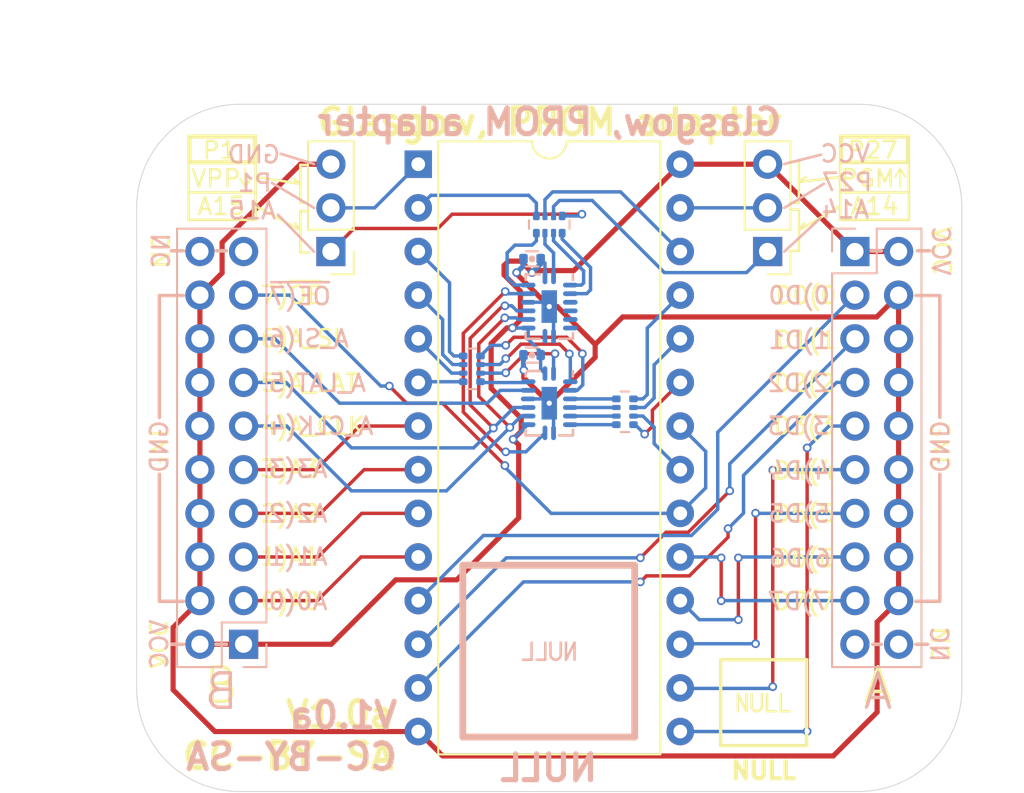
<source format=kicad_pcb>
(kicad_pcb (version 20221018) (generator pcbnew)
  (title_block (title "Glasgow, PROM adapter") (rev "V1.0a") (company "1BitSquared") (comment 1 "(C) 2020-2021 1BitSquared") (comment 2 "(C) 2020-2021 Piotr Esden-Tempski") (comment 3 "License: CC-BY-SA 4.0"))
  (layers (0 "F.Cu" signal) (31 "B.Cu" signal) (34 "B.Paste" user) (35 "F.Paste" user) (36 "B.SilkS" user "B.Silkscreen") (37 "F.SilkS" user "F.Silkscreen") (38 "B.Mask" user) (39 "F.Mask" user) (44 "Edge.Cuts" user))
  (net 0 "")
  (net 1 "GND")
  (net 2 "/~{OE}")
  (net 3 "/A_SI")
  (net 4 "/A_CLK")
  (net 5 "/A_LATCH")
  (net 6 "/A3")
  (net 7 "/A2")
  (net 8 "/A1")
  (net 9 "/A0")
  (net 10 "VCC")
  (net 11 "/DQ7")
  (net 12 "/DQ6")
  (net 13 "/DQ5")
  (net 14 "/DQ4")
  (net 15 "/DQ3")
  (net 16 "/DQ2")
  (net 17 "/DQ1")
  (net 18 "/DQ0")
  (net 19 "/P27")
  (net 20 "/A14")
  (net 21 "/P1")
  (net 22 "/A15")
  (net 23 "/A7")
  (net 24 "/A6")
  (net 25 "/A4")
  (net 26 "/A5")
  (net 27 "/A11")
  (net 28 "/A10")
  (net 29 "/A8")
  (net 30 "/A9")
  (net 31 "/A12")
  (net 32 "/A13")
  (net 33 "/A_SI´")
  (net 34 "Net-(RN1-Pad5)")
  (net 35 "Net-(RN1-Pad6)")
  (net 36 "Net-(RN1-Pad8)")
  (net 37 "Net-(RN1-Pad7)")
  (net 38 "Net-(RN2-Pad5)")
  (net 39 "Net-(RN2-Pad6)")
  (net 40 "Net-(RN2-Pad8)")
  (net 41 "Net-(RN2-Pad7)")
  (net 42 "Net-(RN3-Pad5)")
  (net 43 "Net-(RN3-Pad6)")
  (net 44 "Net-(RN3-Pad8)")
  (net 45 "Net-(RN3-Pad7)")
  (footprint "Connector_PinHeader_2.54mm:PinHeader_1x03_P2.54mm_Vertical" (layer "F.Cu") (at 68.58 40.639999 180)
    (fp_text reference "JP1")
    (fp_text value "Pin Mode")
  )
  (footprint "Connector_PinHeader_2.54mm:PinHeader_1x03_P2.54mm_Vertical" (layer "F.Cu") (at 43.18 40.64 180)
    (fp_text reference "JP2")
    (fp_text value "Pin Mode")
  )
  (footprint "Package_DIP:DIP-28_W15.24mm" (layer "F.Cu") (at 48.26 35.56)
    (fp_text reference "U3")
    (fp_text value "27C512")
  )
  (footprint "pkl_logos:null_Logo_SilkS_5mm" (layer "F.Cu") (at 68.35 66.9)
    (fp_text reference "REF**" hide)
    (fp_text value "null_Logo_SilkS_5mm" hide)
  )
  (footprint "Connector_PinSocket_2.54mm:PinSocket_2x10_P2.54mm_Vertical" (layer "B.Cu") (at 73.66 40.64 180)
    (fp_text reference "J2")
    (fp_text value "Conn_02x10_Odd_Even")
  )
  (footprint "Resistor_SMD:R_Array_Convex_4x0402" (layer "B.Cu") (at 60.28 49.97 180)
    (fp_text reference "RN2")
    (fp_text value "33R")
  )
  (footprint "Resistor_SMD:R_Array_Convex_4x0402" (layer "B.Cu") (at 55.88 39.07 -90)
    (fp_text reference "RN3")
    (fp_text value "33R")
  )
  (footprint "pkl_housings_dfn_qfn:DHVQFN-16_2.5x3.5mm_Pitch0.5mm" (layer "B.Cu") (at 55.88 49.47 -90)
    (fp_text reference "U1")
    (fp_text value "74HC595")
  )
  (footprint "pkl_housings_dfn_qfn:DHVQFN-16_2.5x3.5mm_Pitch0.5mm" (layer "B.Cu") (at 55.88 43.845 -90)
    (fp_text reference "U2")
    (fp_text value "74HC595")
  )
  (footprint "Resistor_SMD:R_Array_Convex_4x0402" (layer "B.Cu") (at 51.38 47.47)
    (fp_text reference "RN1")
    (fp_text value "33R")
  )
  (footprint "Connector_PinSocket_2.54mm:PinSocket_2x10_P2.54mm_Vertical" (layer "B.Cu") (at 38.1 63.5)
    (fp_text reference "J1")
    (fp_text value "Conn_02x10_Odd_Even")
  )
  (footprint "pkl_dipol:C_0402" (layer "B.Cu") (at 54.88 41.07 180)
    (fp_text reference "C1")
    (fp_text value "100n")
  )
  (footprint "pkl_dipol:C_0402" (layer "B.Cu") (at 54.88 46.67 180)
    (fp_text reference "C2")
    (fp_text value "100n")
  )
  (footprint "pkl_logos:null_Logo_SilkS_10mm" (layer "B.Cu") (at 55.85 63.9 180)
    (fp_text reference "REF**" hide)
    (fp_text value "null_Logo_SilkS_10mm" hide)
  )
  (gr_line (start 33.2 50.3) (end 33.2 43.2) (stroke (width 0.2)) (layer "B.SilkS"))
  (gr_line (start 33.2 43.2) (end 34.6 43.2) (stroke (width 0.2)) (layer "B.SilkS"))
  (gr_line (start 33.2 53.6) (end 33.2 61) (stroke (width 0.2)) (layer "B.SilkS"))
  (gr_line (start 33.2 61) (end 34.6 61) (stroke (width 0.2)) (layer "B.SilkS"))
  (gr_line (start 33.9 63.5) (end 34.6 63.5) (stroke (width 0.2)) (layer "B.SilkS"))
  (gr_line (start 33.9 40.6) (end 34.6 40.6) (stroke (width 0.2)) (layer "B.SilkS"))
  (gr_line (start 36.5 40.6) (end 37.1 40.6) (stroke (width 0.2)) (layer "B.SilkS"))
  (gr_line (start 36.5 63.5) (end 37.1 63.5) (stroke (width 0.2)) (layer "B.SilkS"))
  (gr_line (start 77.3 40.6) (end 78 40.6) (stroke (width 0.2)) (layer "B.SilkS"))
  (gr_line (start 74.6 40.6) (end 75.2 40.6) (stroke (width 0.2)) (layer "B.SilkS"))
  (gr_line (start 78.6 43.2) (end 77.2 43.2) (stroke (width 0.2)) (layer "B.SilkS"))
  (gr_line (start 78.6 50.3) (end 78.6 43.2) (stroke (width 0.2)) (layer "B.SilkS"))
  (gr_line (start 78.6 53.6) (end 78.6 61) (stroke (width 0.2)) (layer "B.SilkS"))
  (gr_line (start 78.6 61) (end 77.2 61) (stroke (width 0.2)) (layer "B.SilkS"))
  (gr_line (start 77.2 63.5) (end 77.9 63.5) (stroke (width 0.2)) (layer "B.SilkS"))
  (gr_line (start 74.7 63.5) (end 75.2 63.5) (stroke (width 0.2)) (layer "B.SilkS"))
  (gr_line (start 71.7 35) (end 69.55 35.55) (stroke (width 0.15)) (layer "B.SilkS"))
  (gr_line (start 71.85 36.7) (end 69.55 38.1) (stroke (width 0.15)) (layer "B.SilkS"))
  (gr_line (start 71.65 38.7) (end 69.55 40.65) (stroke (width 0.15)) (layer "B.SilkS"))
  (gr_line (start 42.2 35.55) (end 40.25 34.95) (stroke (width 0.15)) (layer "B.SilkS"))
  (gr_line (start 42.2 38.1) (end 39.75 36.65) (stroke (width 0.15)) (layer "B.SilkS"))
  (gr_line (start 42.2 40.65) (end 40.1 38.5) (stroke (width 0.15)) (layer "B.SilkS"))
  (gr_line (start 37.9 36.4) (end 38.2 36.9) (stroke (width 0.12)) (layer "F.SilkS"))
  (gr_line (start 38.8 38.8) (end 34.9 38.8) (stroke (width 0.15)) (layer "F.SilkS"))
  (gr_line (start 76.6 36.3) (end 76.3 35.8) (stroke (width 0.12)) (layer "F.SilkS"))
  (gr_line (start 72.8 33.9) (end 76.8 33.9) (stroke (width 0.15)) (layer "F.SilkS"))
  (gr_line (start 76.3 36.9) (end 76.3 35.8) (stroke (width 0.12)) (layer "F.SilkS"))
  (gr_line (start 76.3 35.8) (end 76 36.3) (stroke (width 0.12)) (layer "F.SilkS"))
  (gr_line (start 72.8 35.5) (end 76.8 35.5) (stroke (width 0.12)) (layer "F.SilkS"))
  (gr_line (start 76.8 38.8) (end 72.8 38.8) (stroke (width 0.15)) (layer "F.SilkS"))
  (gr_line (start 76.7 34) (end 76.7 35.4) (stroke (width 0.15)) (layer "F.SilkS"))
  (gr_line (start 76.7 35.4) (end 72.9 35.4) (stroke (width 0.12)) (layer "F.SilkS"))
  (gr_line (start 72.8 38.8) (end 72.8 33.9) (stroke (width 0.15)) (layer "F.SilkS"))
  (gr_line (start 76.8 33.9) (end 76.8 38.8) (stroke (width 0.15)) (layer "F.SilkS"))
  (gr_line (start 72.8 37.2) (end 76.8 37.2) (stroke (width 0.15)) (layer "F.SilkS"))
  (gr_line (start 72.9 35.4) (end 72.9 34) (stroke (width 0.15)) (layer "F.SilkS"))
  (gr_line (start 72.9 34) (end 76.7 34) (stroke (width 0.15)) (layer "F.SilkS"))
  (gr_line (start 78.6 61) (end 77.2 61) (stroke (width 0.2)) (layer "F.SilkS"))
  (gr_line (start 74.6 40.6) (end 75.2 40.6) (stroke (width 0.2)) (layer "F.SilkS"))
  (gr_line (start 77.2 63.5) (end 77.9 63.5) (stroke (width 0.2)) (layer "F.SilkS"))
  (gr_line (start 74.7 63.5) (end 75.2 63.5) (stroke (width 0.2)) (layer "F.SilkS"))
  (gr_line (start 78.6 43.2) (end 77.2 43.2) (stroke (width 0.2)) (layer "F.SilkS"))
  (gr_line (start 77.3 40.6) (end 78 40.6) (stroke (width 0.2)) (layer "F.SilkS"))
  (gr_line (start 78.6 50.3) (end 78.6 43.2) (stroke (width 0.2)) (layer "F.SilkS"))
  (gr_line (start 78.6 53.6) (end 78.6 61) (stroke (width 0.2)) (layer "F.SilkS"))
  (gr_line (start 35 35.4) (end 35 34) (stroke (width 0.15)) (layer "F.SilkS"))
  (gr_line (start 70.4 36.6) (end 70.8 36.3) (stroke (width 0.15)) (layer "F.SilkS"))
  (gr_line (start 38.2 36.9) (end 38.5 36.4) (stroke (width 0.12)) (layer "F.SilkS"))
  (gr_line (start 41.4 39.4) (end 41.4 38.3) (stroke (width 0.15)) (layer "F.SilkS"))
  (gr_line (start 33.2 50.3) (end 33.2 43.2) (stroke (width 0.2)) (layer "F.SilkS"))
  (gr_line (start 41.4 38.3) (end 41.8 38.3) (stroke (width 0.15)) (layer "F.SilkS"))
  (gr_line (start 33.2 61) (end 34.6 61) (stroke (width 0.2)) (layer "F.SilkS"))
  (gr_line (start 38.8 38) (end 41.4 39.4) (stroke (width 0.15)) (layer "F.SilkS"))
  (gr_line (start 33.9 63.5) (end 34.6 63.5) (stroke (width 0.2)) (layer "F.SilkS"))
  (gr_line (start 41.4 36.7) (end 41 36.4) (stroke (width 0.15)) (layer "F.SilkS"))
  (gr_line (start 41.4 39.3) (end 41.4 40.7) (stroke (width 0.15)) (layer "F.SilkS"))
  (gr_line (start 34.9 37.2) (end 38.8 37.2) (stroke (width 0.15)) (layer "F.SilkS"))
  (gr_line (start 35 34) (end 38.7 34) (stroke (width 0.15)) (layer "F.SilkS"))
  (gr_line (start 70.4 40.6) (end 69.9 40.6) (stroke (width 0.15)) (layer "F.SilkS"))
  (gr_line (start 69.9 38.2) (end 70.4 38.2) (stroke (width 0.15)) (layer "F.SilkS"))
  (gr_line (start 38.7 34) (end 38.7 35.4) (stroke (width 0.15)) (layer "F.SilkS"))
  (gr_line (start 38.2 35.8) (end 38.2 36.9) (stroke (width 0.12)) (layer "F.SilkS"))
  (gr_line (start 34.9 35.5) (end 38.8 35.5) (stroke (width 0.15)) (layer "F.SilkS"))
  (gr_line (start 33.2 43.2) (end 34.6 43.2) (stroke (width 0.2)) (layer "F.SilkS"))
  (gr_line (start 41.4 35.6) (end 41.8 35.6) (stroke (width 0.15)) (layer "F.SilkS"))
  (gr_line (start 70.4 37.8) (end 69.9 37.8) (stroke (width 0.15)) (layer "F.SilkS"))
  (gr_line (start 41.4 39.4) (end 41.1 39) (stroke (width 0.15)) (layer "F.SilkS"))
  (gr_line (start 70.4 35.4) (end 70.4 37.8) (stroke (width 0.15)) (layer "F.SilkS"))
  (gr_line (start 70.4 39.4) (end 70.7 39) (stroke (width 0.15)) (layer "F.SilkS"))
  (gr_line (start 38.7 35.4) (end 35 35.4) (stroke (width 0.15)) (layer "F.SilkS"))
  (gr_line (start 33.9 40.6) (end 34.6 40.6) (stroke (width 0.2)) (layer "F.SilkS"))
  (gr_line (start 34.9 33.9) (end 38.8 33.9) (stroke (width 0.15)) (layer "F.SilkS"))
  (gr_line (start 72.8 38) (end 70.4 39.4) (stroke (width 0.15)) (layer "F.SilkS"))
  (gr_line (start 41.4 37.8) (end 41.4 35.6) (stroke (width 0.15)) (layer "F.SilkS"))
  (gr_line (start 34.9 38.8) (end 34.9 33.9) (stroke (width 0.15)) (layer "F.SilkS"))
  (gr_line (start 41.8 37.8) (end 41.4 37.8) (stroke (width 0.15)) (layer "F.SilkS"))
  (gr_line (start 36.5 40.6) (end 37.1 40.6) (stroke (width 0.2)) (layer "F.SilkS"))
  (gr_line (start 72.8 36.3) (end 70.4 36.6) (stroke (width 0.15)) (layer "F.SilkS"))
  (gr_line (start 38.8 33.9) (end 38.8 38.8) (stroke (width 0.15)) (layer "F.SilkS"))
  (gr_line (start 41.4 36.7) (end 38.8 36.3) (stroke (width 0.15)) (layer "F.SilkS"))
  (gr_line (start 36.5 63.5) (end 37.1 63.5) (stroke (width 0.2)) (layer "F.SilkS"))
  (gr_line (start 69.9 35.4) (end 70.4 35.4) (stroke (width 0.15)) (layer "F.SilkS"))
  (gr_line (start 33.2 53.6) (end 33.2 61) (stroke (width 0.2)) (layer "F.SilkS"))
  (gr_line (start 70.4 38.2) (end 70.4 40.6) (stroke (width 0.15)) (layer "F.SilkS"))
  (gr_line (start 41.4 40.7) (end 41.9 40.7) (stroke (width 0.15)) (layer "F.SilkS"))
  (gr_line (start 37.88 32.07) (end 73.88 32.07) (stroke (width 0.05)) (layer "Edge.Cuts"))
  (gr_line (start 79.88 38.07) (end 79.88 66.07) (stroke (width 0.05)) (layer "Edge.Cuts"))
  (gr_arc (start 31.88 38.07) (mid 33.637359 33.827359) (end 37.88 32.07) (stroke (width 0.05)) (layer "Edge.Cuts"))
  (gr_line (start 31.88 66.07) (end 31.88 38.07) (stroke (width 0.05)) (layer "Edge.Cuts"))
  (gr_arc (start 79.88 66.07) (mid 78.122641 70.312641) (end 73.88 72.07) (stroke (width 0.05)) (layer "Edge.Cuts"))
  (gr_arc (start 73.88 32.07) (mid 78.122641 33.827359) (end 79.88 38.07) (stroke (width 0.05)) (layer "Edge.Cuts"))
  (gr_line (start 73.88 72.07) (end 37.88 72.07) (stroke (width 0.05)) (layer "Edge.Cuts"))
  (gr_arc (start 37.88 72.069999) (mid 33.63736 70.31264) (end 31.880001 66.07) (stroke (width 0.05)) (layer "Edge.Cuts"))
  (gr_text "Glasgow, PROM adapter" (at 55.9 33.1) (layer "B.SilkS") (effects (font (size 1.5 1.5) (thickness 0.3)) (justify mirror)))
  (gr_text "V1.0a\nCC-BY-SA" (at 47.2 68.85) (layer "B.SilkS") (effects (font (size 1.5 1.5) (thickness 0.3)) (justify left mirror)))
  (gr_text "~{OE(7}" (at 39.5 43.25) (layer "B.SilkS") (effects (font (size 1 1)) (justify right mirror)))
  (gr_text "A_SI(6" (at 39.45 45.7) (layer "B.SilkS") (effects (font (size 1 1)) (justify right mirror)))
  (gr_text "A_LAT(5" (at 39.45 48.3) (layer "B.SilkS") (effects (font (size 1 1)) (justify right mirror)))
  (gr_text "A_CLK(4" (at 39.5 50.8) (layer "B.SilkS") (effects (font (size 1 1)) (justify right mirror)))
  (gr_text "A3(3" (at 39.45 53.3) (layer "B.SilkS") (effects (font (size 1 1)) (justify right mirror)))
  (gr_text "A2(2" (at 39.45 55.9) (layer "B.SilkS") (effects (font (size 1 1)) (justify right mirror)))
  (gr_text "A1(1" (at 39.45 58.4) (layer "B.SilkS") (effects (font (size 1 1)) (justify right mirror)))
  (gr_text "A0(0" (at 39.45 61) (layer "B.SilkS") (effects (font (size 1 1)) (justify right mirror)))
  (gr_text "GND" (at 33.2 52 90) (layer "B.SilkS") (effects (font (size 1 1)) (justify mirror)))
  (gr_text "VCC" (at 33.2 63.5 90) (layer "B.SilkS") (effects (font (size 1 1)) (justify mirror)))
  (gr_text "NC" (at 33.3 40.6 90) (layer "B.SilkS") (effects (font (size 1 1)) (justify mirror)))
  (gr_text "VCC" (at 78.65 40.6 270) (layer "B.SilkS") (effects (font (size 1 1)) (justify mirror)))
  (gr_text "NC" (at 78.55 63.5 270) (layer "B.SilkS") (effects (font (size 1 1)) (justify mirror)))
  (gr_text "GND" (at 78.55 52 270) (layer "B.SilkS") (effects (font (size 1 1)) (justify mirror)))
  (gr_text "A" (at 75 66.25) (layer "B.SilkS") (effects (font (size 2 2) (thickness 0.2)) (justify mirror)))
  (gr_text "B" (at 36.8 66.25) (layer "B.SilkS") (effects (font (size 2 2) (thickness 0.2)) (justify mirror)))
  (gr_text "0)D0" (at 72.3 43.2) (layer "B.SilkS") (effects (font (size 1 1)) (justify left mirror)))
  (gr_text "1)D1" (at 72.3 45.8) (layer "B.SilkS") (effects (font (size 1 1)) (justify left mirror)))
  (gr_text "2)D2" (at 72.25 48.3) (layer "B.SilkS") (effects (font (size 1 1)) (justify left mirror)))
  (gr_text "3)D3" (at 72.25 50.8) (layer "B.SilkS") (effects (font (size 1 1)) (justify left mirror)))
  (gr_text "4)D4" (at 72.3 53.4) (layer "B.SilkS") (effects (font (size 1 1)) (justify left mirror)))
  (gr_text "5)D5" (at 72.3 55.9) (layer "B.SilkS") (effects (font (size 1 1)) (justify left mirror)))
  (gr_text "6)D6" (at 72.35 58.5) (layer "B.SilkS") (effects (font (size 1 1)) (justify left mirror)))
  (gr_text "7)D7" (at 72.25 61) (layer "B.SilkS") (effects (font (size 1 1)) (justify left mirror)))
  (gr_text "P1" (at 38.75 36.65) (layer "B.SilkS") (effects (font (size 1 1)) (justify mirror)))
  (gr_text "GND" (at 38.7 35) (layer "B.SilkS") (effects (font (size 1 1)) (justify mirror)))
  (gr_text "A15" (at 38.6 38.25) (layer "B.SilkS") (effects (font (size 1 1)) (justify mirror)))
  (gr_text "P27" (at 73.2 36.6) (layer "B.SilkS") (effects (font (size 1 1)) (justify mirror)))
  (gr_text "VCC" (at 73.1 34.95) (layer "B.SilkS") (effects (font (size 1 1)) (justify mirror)))
  (gr_text "A14" (at 73.1 38.2) (layer "B.SilkS") (effects (font (size 1 1)) (justify mirror)))
  (gr_text "NULL" (at 55.85 70.7) (layer "B.SilkS") (effects (font (size 1.5 1.5) (thickness 0.3)) (justify mirror)))
  (gr_text "V1.0a\nCC-BY-SA" (at 47 68.8) (layer "F.SilkS") (effects (font (size 1.5 1.5) (thickness 0.3)) (justify right)))
  (gr_text "6)A_SI" (at 39 45.7) (layer "F.SilkS") (effects (font (size 1 1)) (justify left)))
  (gr_text "P1" (at 36.7 34.75) (layer "F.SilkS") (effects (font (size 1 1))))
  (gr_text "P27" (at 74.7 34.75) (layer "F.SilkS") (effects (font (size 1 1))))
  (gr_text "PGM" (at 74.4 36.4) (layer "F.SilkS") (effects (font (size 1 1))))
  (gr_text "A14" (at 74.8 38) (layer "F.SilkS") (effects (font (size 1 1))))
  (gr_text "NC" (at 33.3 40.6 90) (layer "F.SilkS") (effects (font (size 1 1))))
  (gr_text "VCC" (at 33.2 63.5 90) (layer "F.SilkS") (effects (font (size 1 1))))
  (gr_text "5)A_LAT" (at 39 48.3) (layer "F.SilkS") (effects (font (size 1 1)) (justify left)))
  (gr_text "4)A_CLK" (at 39 50.8) (layer "F.SilkS") (effects (font (size 1 1)) (justify left)))
  (gr_text "3)A3" (at 39 53.3) (layer "F.SilkS") (effects (font (size 1 1)) (justify left)))
  (gr_text "1)A1" (at 39 58.4) (layer "F.SilkS") (effects (font (size 1 1)) (justify left)))
  (gr_text "0)A0" (at 39 61) (layer "F.SilkS") (effects (font (size 1 1)) (justify left)))
  (gr_text "D1(1" (at 72.7 45.8) (layer "F.SilkS") (effects (font (size 1 1)) (justify right)))
  (gr_text "D2(2" (at 72.6 48.3) (layer "F.SilkS") (effects (font (size 1 1)) (justify right)))
  (gr_text "D3(3" (at 72.6 50.8) (layer "F.SilkS") (effects (font (size 1 1)) (justify right)))
  (gr_text "D4(4" (at 72.6 53.4) (layer "F.SilkS") (effects (font (size 1 1)) (justify right)))
  (gr_text "D5(5" (at 72.6 55.9) (layer "F.SilkS") (effects (font (size 1 1)) (justify right)))
  (gr_text "D6(6" (at 72.6 58.5) (layer "F.SilkS") (effects (font (size 1 1)) (justify right)))
  (gr_text "D7(7" (at 72.6 61) (layer "F.SilkS") (effects (font (size 1 1)) (justify right)))
  (gr_text "NC" (at 78.6 63.5 -90) (layer "F.SilkS") (effects (font (size 1 1))))
  (gr_text "VCC" (at 78.7 40.6 -90) (layer "F.SilkS") (effects (font (size 1 1))))
  (gr_text "GND" (at 78.6 52 270) (layer "F.SilkS") (effects (font (size 1 1))))
  (gr_text "D0(0" (at 72.7 43.2) (layer "F.SilkS") (effects (font (size 1 1)) (justify right)))
  (gr_text "B" (at 36.8 65.9) (layer "F.SilkS") (effects (font (size 2 2) (thickness 0.2))))
  (gr_text "A" (at 75 65.9) (layer "F.SilkS") (effects (font (size 2 2) (thickness 0.2))))
  (gr_text "2)A2" (at 39 55.9) (layer "F.SilkS") (effects (font (size 1 1)) (justify left)))
  (gr_text "GND" (at 33.2 52 90) (layer "F.SilkS") (effects (font (size 1 1))))
  (gr_text "Glasgow, PROM adapter" (at 55.9 33.1) (layer "F.SilkS") (effects (font (size 1.5 1.5) (thickness 0.3))))
  (gr_text "NULL" (at 68.35 70.85) (layer "F.SilkS") (effects (font (size 1 1) (thickness 0.25))))
  (gr_text "VPP" (at 36.5 36.4) (layer "F.SilkS") (effects (font (size 1 1))))
  (gr_text "7)~{OE}" (at 39 43.18) (layer "F.SilkS") (effects (font (size 1 1)) (justify left)))
  (gr_text "A15" (at 36.8 38) (layer "F.SilkS") (effects (font (size 1 1))))
  (segment (start 76.2 45.72) (end 76.2 48.26) (width 0.3) (layer "F.Cu") (net 1))
  (segment (start 48.26 68.58) (end 49.68 70) (width 0.3) (layer "F.Cu") (net 1))
  (segment (start 35.56 60.96) (end 34 62.52) (width 0.3) (layer "F.Cu") (net 1))
  (segment (start 35.56 58.42) (end 35.56 60.96) (width 0.3) (layer "F.Cu") (net 1))
  (segment (start 72.4 70) (end 74.95 67.45) (width 0.3) (layer "F.Cu") (net 1))
  (segment (start 35.56 48.26) (end 35.56 50.8) (width 0.3) (layer "F.Cu") (net 1))
  (segment (start 58.55 46.05) (end 58.55 46.8) (width 0.3) (layer "F.Cu") (net 1))
  (segment (start 35.56 43.18) (end 35.56 45.72) (width 0.3) (layer "F.Cu") (net 1))
  (segment (start 74.95 67.45) (end 74.95 62.21) (width 0.3) (layer "F.Cu") (net 1))
  (segment (start 76.2 55.88) (end 76.2 58.42) (width 0.3) (layer "F.Cu") (net 1))
  (segment (start 76.2 53.34) (end 76.2 55.88) (width 0.3) (layer "F.Cu") (net 1))
  (segment (start 53.98 41.945) (end 55.88 43.845) (width 0.3) (layer "F.Cu") (net 1))
  (segment (start 35.56 53.34) (end 35.56 55.88) (width 0.3) (layer "F.Cu") (net 1))
  (segment (start 76.2 43.18) (end 74.93 44.45) (width 0.3) (layer "F.Cu") (net 1))
  (segment (start 55.88 43.845) (end 56.345 43.845) (width 0.3) (layer "F.Cu") (net 1))
  (segment (start 74.95 62.21) (end 76.2 60.96) (width 0.3) (layer "F.Cu") (net 1))
  (segment (start 55.88 49.47) (end 54.399984 47.989984) (width 0.3) (layer "F.Cu") (net 1))
  (segment (start 36.85 40.113998) (end 41.403998 35.56) (width 0.3) (layer "F.Cu") (net 1))
  (segment (start 36.85 41.89) (end 36.85 40.113998) (width 0.3) (layer "F.Cu") (net 1))
  (segment (start 34 66.15) (end 36.43 68.58) (width 0.3) (layer "F.Cu") (net 1))
  (segment (start 54.399984 47.989984) (end 54.399984 47.55) (width 0.3) (layer "F.Cu") (net 1))
  (segment (start 34 62.52) (end 34 66.15) (width 0.3) (layer "F.Cu") (net 1))
  (segment (start 53.98 41.87) (end 53.98 41.945) (width 0.3) (layer "F.Cu") (net 1))
  (segment (start 58.55 46.8) (end 55.88 49.47) (width 0.3) (layer "F.Cu") (net 1))
  (segment (start 36.43 68.58) (end 48.26 68.58) (width 0.3) (layer "F.Cu") (net 1))
  (segment (start 35.56 50.8) (end 35.56 53.34) (width 0.3) (layer "F.Cu") (net 1))
  (segment (start 35.56 45.72) (end 35.56 48.26) (width 0.3) (layer "F.Cu") (net 1))
  (segment (start 74.93 44.45) (end 60.15 44.45) (width 0.3) (layer "F.Cu") (net 1))
  (segment (start 76.2 58.42) (end 76.2 60.96) (width 0.3) (layer "F.Cu") (net 1))
  (segment (start 49.68 70) (end 72.4 70) (width 0.3) (layer "F.Cu") (net 1))
  (segment (start 60.15 44.45) (end 58.55 46.05) (width 0.3) (layer "F.Cu") (net 1))
  (segment (start 35.56 43.18) (end 36.85 41.89) (width 0.3) (layer "F.Cu") (net 1))
  (segment (start 76.2 48.26) (end 76.2 50.8) (width 0.3) (layer "F.Cu") (net 1))
  (segment (start 56.345 43.845) (end 58.55 46.05) (width 0.3) (layer "F.Cu") (net 1))
  (segment (start 76.2 43.18) (end 76.2 45.72) (width 0.3) (layer "F.Cu") (net 1))
  (segment (start 41.403998 35.56) (end 43.18 35.56) (width 0.3) (layer "F.Cu") (net 1))
  (segment (start 35.56 55.88) (end 35.56 58.42) (width 0.3) (layer "F.Cu") (net 1))
  (segment (start 76.2 50.8) (end 76.2 53.34) (width 0.3) (layer "F.Cu") (net 1))
  (via (at 53.98 41.87) (size 0.5) (drill 0.3) (layers "F.Cu" "B.Cu") (net 1))
  (via (at 54.399984 47.55) (size 0.5) (drill 0.3) (layers "F.Cu" "B.Cu") (net 1))
  (segment (start 54.38 46.67) (end 54.38 47.530016) (width 0.3) (layer "B.Cu") (net 1))
  (segment (start 54.38 41.47) (end 53.98 41.87) (width 0.3) (layer "B.Cu") (net 1))
  (segment (start 56.13 44.57) (end 55.88 44.32) (width 0.2) (layer "B.Cu") (net 1))
  (segment (start 56.13 51.195) (end 56.13 50.195) (width 0.2) (layer "B.Cu") (net 1))
  (segment (start 55.63 49.22) (end 55.88 49.47) (width 0.2) (layer "B.Cu") (net 1))
  (segment (start 56.13 45.57) (end 56.13 44.57) (width 0.2) (layer "B.Cu") (net 1))
  (segment (start 55.63 43.595) (end 55.88 43.845) (width 0.2) (layer "B.Cu") (net 1))
  (segment (start 54.38 47.530016) (end 54.399984 47.55) (width 0.3) (layer "B.Cu") (net 1))
  (segment (start 54.38 41.07) (end 54.38 41.47) (width 0.3) (layer "B.Cu") (net 1))
  (segment (start 54.655 43.595) (end 55.63 43.595) (width 0.2) (layer "B.Cu") (net 1))
  (segment (start 54.655 49.22) (end 55.63 49.22) (width 0.2) (layer "B.Cu") (net 1))
  (segment (start 56.13 50.195) (end 55.88 49.945) (width 0.2) (layer "B.Cu") (net 1))
  (segment (start 46.579998 48.47) (end 47.579998 49.47) (width 0.2) (layer "F.Cu") (net 2))
  (segment (start 49.67 49.47) (end 53.3 53.1) (width 0.2) (layer "F.Cu") (net 2))
  (segment (start 47.579998 49.47) (end 49.67 49.47) (width 0.2) (layer "F.Cu") (net 2))
  (via (at 53.3 53.1) (size 0.5) (drill 0.3) (layers "F.Cu" "B.Cu") (net 2))
  (via (at 46.579998 48.47) (size 0.5) (drill 0.3) (layers "F.Cu" "B.Cu") (net 2))
  (segment (start 55.99 55.88) (end 53.3 53.19) (width 0.2) (layer "B.Cu") (net 2))
  (segment (start 40.79 43.18) (end 46.08 48.47) (width 0.2) (layer "B.Cu") (net 2))
  (segment (start 64.98 52.28) (end 64.98 54.4) (width 0.2) (layer "B.Cu") (net 2))
  (segment (start 46.08 48.47) (end 46.579998 48.47) (width 0.2) (layer "B.Cu") (net 2))
  (segment (start 63.5 50.8) (end 64.98 52.28) (width 0.2) (layer "B.Cu") (net 2))
  (segment (start 64.98 54.4) (end 63.5 55.88) (width 0.2) (layer "B.Cu") (net 2))
  (segment (start 63.5 55.88) (end 55.99 55.88) (width 0.2) (layer "B.Cu") (net 2))
  (segment (start 53.3 53.19) (end 53.3 53.1) (width 0.2) (layer "B.Cu") (net 2))
  (segment (start 38.1 43.18) (end 40.79 43.18) (width 0.2) (layer "B.Cu") (net 2))
  (segment (start 39.93 45.72) (end 43.68 49.47) (width 0.2) (layer "B.Cu") (net 3))
  (segment (start 43.68 49.47) (end 52.28 49.47) (width 0.2) (layer "B.Cu") (net 3))
  (segment (start 38.1 45.72) (end 39.93 45.72) (width 0.2) (layer "B.Cu") (net 3))
  (segment (start 52.28 49.47) (end 53.03 48.72) (width 0.2) (layer "B.Cu") (net 3))
  (segment (start 53.03 48.72) (end 54.655 48.72) (width 0.2) (layer "B.Cu") (net 3))
  (segment (start 53.588866 50.878866) (end 51.78 49.07) (width 0.2) (layer "F.Cu") (net 4))
  (segment (start 51.78 46.01071) (end 53.289823 44.500887) (width 0.2) (layer "F.Cu") (net 4))
  (segment (start 51.78 49.07) (end 51.78 46.01071) (width 0.2) (layer "F.Cu") (net 4))
  (via (at 53.289823 44.500887) (size 0.5) (drill 0.3) (layers "F.Cu" "B.Cu") (net 4))
  (via (at 53.588866 50.878866) (size 0.5) (drill 0.3) (layers "F.Cu" "B.Cu") (net 4))
  (segment (start 54.655 44.595) (end 54.062084 44.595) (width 0.2) (layer "B.Cu") (net 4))
  (segment (start 53.967971 44.500887) (end 53.289823 44.500887) (width 0.2) (layer "B.Cu") (net 4))
  (segment (start 53.588866 50.878866) (end 54.247732 50.22) (width 0.2) (layer "B.Cu") (net 4))
  (segment (start 40.61 50.8) (end 44.38 54.57) (width 0.2) (layer "B.Cu") (net 4))
  (segment (start 49.897732 54.57) (end 53.588866 50.878866) (width 0.2) (layer "B.Cu") (net 4))
  (segment (start 54.062084 44.595) (end 53.967971 44.500887) (width 0.2) (layer "B.Cu") (net 4))
  (segment (start 54.247732 50.22) (end 54.655 50.22) (width 0.2) (layer "B.Cu") (net 4))
  (segment (start 44.38 54.57) (end 49.897732 54.57) (width 0.2) (layer "B.Cu") (net 4))
  (segment (start 38.1 50.8) (end 40.61 50.8) (width 0.2) (layer "B.Cu") (net 4))
  (segment (start 51.279989 49.569989) (end 51.279989 45.696717) (width 0.2) (layer "F.Cu") (net 5))
  (segment (start 51.279989 45.696717) (end 53.176706 43.8) (width 0.2) (layer "F.Cu") (net 5))
  (segment (start 53.176706 43.8) (end 53.3 43.8) (width 0.2) (layer "F.Cu") (net 5))
  (segment (start 52.63 50.92) (end 51.279989 49.569989) (width 0.2) (layer "F.Cu") (net 5))
  (via (at 52.63 50.92) (size 0.5) (drill 0.3) (layers "F.Cu" "B.Cu") (net 5))
  (via (at 53.3 43.8) (size 0.5) (drill 0.3) (layers "F.Cu" "B.Cu") (net 5))
  (segment (start 44.38 52.07) (end 51.48 52.07) (width 0.2) (layer "B.Cu") (net 5))
  (segment (start 40.57 48.26) (end 44.38 52.07) (width 0.2) (layer "B.Cu") (net 5))
  (segment (start 51.48 52.07) (end 53.83 49.72) (width 0.2) (layer "B.Cu") (net 5))
  (segment (start 54.655 44.095) (end 53.995 44.095) (width 0.2) (layer "B.Cu") (net 5))
  (segment (start 53.83 49.72) (end 54.655 49.72) (width 0.2) (layer "B.Cu") (net 5))
  (segment (start 53.7 43.8) (end 53.3 43.8) (width 0.2) (layer "B.Cu") (net 5))
  (segment (start 53.995 44.095) (end 53.7 43.8) (width 0.2) (layer "B.Cu") (net 5))
  (segment (start 38.1 48.26) (end 40.57 48.26) (width 0.2) (layer "B.Cu") (net 5))
  (segment (start 38.1 53.34) (end 42.31 53.34) (width 0.2) (layer "F.Cu") (net 6))
  (segment (start 42.31 53.34) (end 44.85 50.8) (width 0.2) (layer "F.Cu") (net 6))
  (segment (start 44.85 50.8) (end 48.26 50.8) (width 0.2) (layer "F.Cu") (net 6))
  (segment (start 38.1 55.88) (end 42.57 55.88) (width 0.2) (layer "F.Cu") (net 7))
  (segment (start 42.57 55.88) (end 45.11 53.34) (width 0.2) (layer "F.Cu") (net 7))
  (segment (start 45.11 53.34) (end 48.26 53.34) (width 0.2) (layer "F.Cu") (net 7))
  (segment (start 38.1 58.42) (end 42.43 58.42) (width 0.2) (layer "F.Cu") (net 8))
  (segment (start 42.43 58.42) (end 44.97 55.88) (width 0.2) (layer "F.Cu") (net 8))
  (segment (start 44.97 55.88) (end 48.26 55.88) (width 0.2) (layer "F.Cu") (net 8))
  (segment (start 44.93 58.42) (end 48.26 58.42) (width 0.2) (layer "F.Cu") (net 9))
  (segment (start 42.39 60.96) (end 44.93 58.42) (width 0.2) (layer "F.Cu") (net 9))
  (segment (start 38.1 60.96) (end 42.39 60.96) (width 0.2) (layer "F.Cu") (net 9))
  (segment (start 57.31 41.75) (end 55 41.75) (width 0.3) (layer "F.Cu") (net 10))
  (segment (start 38.1 63.5) (end 43.2 63.5) (width 0.3) (layer "F.Cu") (net 10))
  (segment (start 54.88 41.87) (end 54.21 41.2) (width 0.3) (layer "F.Cu") (net 10))
  (segment (start 73.66 40.64) (end 69.429999 36.409998) (width 0.3) (layer "F.Cu") (net 10))
  (segment (start 43.2 63.5) (end 46.95 59.75) (width 0.3) (layer "F.Cu") (net 10))
  (segment (start 54.25 50.35) (end 52.5 48.6) (width 0.3) (layer "F.Cu") (net 10))
  (segment (start 53.78 51.57) (end 54.25 51.1) (width 0.3) (layer "F.Cu") (net 10))
  (segment (start 54.1 51.89) (end 53.78 51.57) (width 0.3) (layer "F.Cu") (net 10))
  (segment (start 52.5 46) (end 53.411588 45.088412) (width 0.3) (layer "F.Cu") (net 10))
  (segment (start 63.5 35.56) (end 57.31 41.75) (width 0.3) (layer "F.Cu") (net 10))
  (segment (start 54.1 56.15) (end 54.1 51.89) (width 0.3) (layer "F.Cu") (net 10))
  (segment (start 54.21 41.2) (end 53.5 41.2) (width 0.3) (layer "F.Cu") (net 10))
  (segment (start 54.25 51.1) (end 54.25 50.35) (width 0.3) (layer "F.Cu") (net 10))
  (segment (start 53.25 41.45) (end 53.25 42) (width 0.3) (layer "F.Cu") (net 10))
  (segment (start 46.95 59.75) (end 50.5 59.75) (width 0.3) (layer "F.Cu") (net 10))
  (segment (start 54.2 44.629906) (end 53.741494 45.088412) (width 0.3) (layer "F.Cu") (net 10))
  (segment (start 68.58 35.559999) (end 67.377918 35.56) (width 0.3) (layer "F.Cu") (net 10))
  (segment (start 53.5 41.2) (end 53.25 41.45) (width 0.3) (layer "F.Cu") (net 10))
  (segment (start 76.2 40.64) (end 73.66 40.64) (width 0.3) (layer "F.Cu") (net 10))
  (segment (start 53.411588 45.088412) (end 53.741494 45.088412) (width 0.3) (layer "F.Cu") (net 10))
  (segment (start 35.56 63.5) (end 38.1 63.5) (width 0.3) (layer "F.Cu") (net 10))
  (segment (start 67.377918 35.56) (end 63.5 35.56) (width 0.3) (layer "F.Cu") (net 10))
  (segment (start 69.429999 36.409998) (end 68.58 35.559999) (width 0.3) (layer "F.Cu") (net 10))
  (segment (start 50.5 59.75) (end 54.1 56.15) (width 0.3) (layer "F.Cu") (net 10))
  (segment (start 52.5 48.6) (end 52.5 46) (width 0.3) (layer "F.Cu") (net 10))
  (segment (start 54.2 42.95) (end 54.2 44.629906) (width 0.3) (layer "F.Cu") (net 10))
  (segment (start 53.25 42) (end 54.2 42.95) (width 0.3) (layer "F.Cu") (net 10))
  (segment (start 55 41.75) (end 54.88 41.87) (width 0.3) (layer "F.Cu") (net 10))
  (via (at 54.88 41.87) (size 0.5) (drill 0.3) (layers "F.Cu" "B.Cu") (net 10))
  (via (at 53.741494 45.088412) (size 0.5) (drill 0.3) (layers "F.Cu" "B.Cu") (net 10))
  (via (at 53.78 51.57) (size 0.5) (drill 0.3) (layers "F.Cu" "B.Cu") (net 10))
  (segment (start 63.500001 35.559999) (end 63.5 35.56) (width 0.2) (layer "B.Cu") (net 10))
  (segment (start 55.38 46.67) (end 55.38 46.47) (width 0.2) (layer "B.Cu") (net 10))
  (segment (start 54.655 45.745) (end 54.655 45.095) (width 0.2) (layer "B.Cu") (net 10))
  (segment (start 54.655 45.095) (end 53.748082 45.095) (width 0.2) (layer "B.Cu") (net 10))
  (segment (start 55.63 47.745) (end 55.38 47.495) (width 0.2) (layer "B.Cu") (net 10))
  (segment (start 55.38 41.07) (end 55.38 41.37) (width 0.3) (layer "B.Cu") (net 10))
  (segment (start 55.63 41.32) (end 55.38 41.07) (width 0.2) (layer "B.Cu") (net 10))
  (segment (start 55.38 46.47) (end 54.655 45.745) (width 0.2) (layer "B.Cu") (net 10))
  (segment (start 55.63 42.12) (end 55.63 41.32) (width 0.2) (layer "B.Cu") (net 10))
  (segment (start 55.38 41.37) (end 54.88 41.87) (width 0.3) (layer "B.Cu") (net 10))
  (segment (start 53.748082 45.095) (end 53.741494 45.088412) (width 0.2) (layer "B.Cu") (net 10))
  (segment (start 54.63 50.72) (end 53.78 51.57) (width 0.2) (layer "B.Cu") (net 10))
  (segment (start 55.38 47.495) (end 55.38 46.67) (width 0.2) (layer "B.Cu") (net 10))
  (segment (start 54.655 50.72) (end 54.63 50.72) (width 0.2) (layer "B.Cu") (net 10))
  (segment (start 65.88 58.469998) (end 65.88 60.97) (width 0.2) (layer "F.Cu") (net 11))
  (via (at 65.88 58.469998) (size 0.5) (drill 0.3) (layers "F.Cu" "B.Cu") (net 11))
  (via (at 65.88 60.97) (size 0.5) (drill 0.3) (layers "F.Cu" "B.Cu") (net 11))
  (segment (start 65.89 60.96) (end 65.88 60.97) (width 0.2) (layer "B.Cu") (net 11))
  (segment (start 63.5 58.42) (end 65.830002 58.42) (width 0.2) (layer "B.Cu") (net 11))
  (segment (start 65.830002 58.42) (end 65.88 58.469998) (width 0.2) (layer "B.Cu") (net 11))
  (segment (start 73.66 60.96) (end 65.89 60.96) (width 0.2) (layer "B.Cu") (net 11))
  (segment (start 66.88 58.47) (end 66.88 62.069998) (width 0.2) (layer "F.Cu") (net 12))
  (via (at 66.88 62.069998) (size 0.5) (drill 0.3) (layers "F.Cu" "B.Cu") (net 12))
  (via (at 66.88 58.47) (size 0.5) (drill 0.3) (layers "F.Cu" "B.Cu") (net 12))
  (segment (start 63.5 60.96) (end 64.609998 62.069998) (width 0.2) (layer "B.Cu") (net 12))
  (segment (start 66.93 58.42) (end 66.88 58.47) (width 0.2) (layer "B.Cu") (net 12))
  (segment (start 73.66 58.42) (end 66.93 58.42) (width 0.2) (layer "B.Cu") (net 12))
  (segment (start 64.609998 62.069998) (end 66.88 62.069998) (width 0.2) (layer "B.Cu") (net 12))
  (segment (start 67.88 55.869996) (end 67.88 63.47) (width 0.2) (layer "F.Cu") (net 13))
  (via (at 67.88 63.47) (size 0.5) (drill 0.3) (layers "F.Cu" "B.Cu") (net 13))
  (via (at 67.88 55.869996) (size 0.5) (drill 0.3) (layers "F.Cu" "B.Cu") (net 13))
  (segment (start 63.5 63.5) (end 63.53 63.47) (width 0.2) (layer "B.Cu") (net 13))
  (segment (start 63.53 63.47) (end 67.88 63.47) (width 0.2) (layer "B.Cu") (net 13))
  (segment (start 67.890004 55.88) (end 67.88 55.869996) (width 0.2) (layer "B.Cu") (net 13))
  (segment (start 73.66 55.88) (end 67.890004 55.88) (width 0.2) (layer "B.Cu") (net 13))
  (segment (start 68.98 66.07) (end 68.88 65.97) (width 0.2) (layer "F.Cu") (net 14))
  (segment (start 68.88 66.07) (end 68.98 66.07) (width 0.2) (layer "F.Cu") (net 14))
  (segment (start 68.88 53.37) (end 68.88 66.07) (width 0.2) (layer "F.Cu") (net 14))
  (via (at 68.88 53.37) (size 0.5) (drill 0.3) (layers "F.Cu" "B.Cu") (net 14))
  (via (at 68.88 65.97) (size 0.5) (drill 0.3) (layers "F.Cu" "B.Cu") (net 14))
  (segment (start 63.53 66.07) (end 68.78 66.07) (width 0.2) (layer "B.Cu") (net 14))
  (segment (start 73.66 53.34) (end 68.91 53.34) (width 0.2) (layer "B.Cu") (net 14))
  (segment (start 68.91 53.34) (end 68.88 53.37) (width 0.2) (layer "B.Cu") (net 14))
  (segment (start 63.5 66.04) (end 63.53 66.07) (width 0.2) (layer "B.Cu") (net 14))
  (segment (start 68.78 66.07) (end 68.88 65.97) (width 0.2) (layer "B.Cu") (net 14))
  (segment (start 70.88 52.07) (end 70.88 68.57) (width 0.2) (layer "F.Cu") (net 15))
  (via (at 70.88 52.07) (size 0.5) (drill 0.3) (layers "F.Cu" "B.Cu") (net 15))
  (via (at 70.88 68.57) (size 0.5) (drill 0.3) (layers "F.Cu" "B.Cu") (net 15))
  (segment (start 70.87 68.58) (end 70.88 68.57) (width 0.2) (layer "B.Cu") (net 15))
  (segment (start 63.5 68.58) (end 70.87 68.58) (width 0.2) (layer "B.Cu") (net 15))
  (segment (start 72.15 50.8) (end 70.88 52.07) (width 0.2) (layer "B.Cu") (net 15))
  (segment (start 73.66 50.8) (end 72.15 50.8) (width 0.2) (layer "B.Cu") (net 15))
  (segment (start 66.28 56.77) (end 66.28 57.268002) (width 0.2) (layer "F.Cu") (net 16))
  (segment (start 66.28 57.268002) (end 64.028001 59.520001) (width 0.2) (layer "F.Cu") (net 16))
  (segment (start 61.529999 59.520001) (end 61.18 59.87) (width 0.2) (layer "F.Cu") (net 16))
  (segment (start 64.028001 59.520001) (end 61.529999 59.520001) (width 0.2) (layer "F.Cu") (net 16))
  (via (at 66.28 56.77) (size 0.5) (drill 0.3) (layers "F.Cu" "B.Cu") (net 16))
  (via (at 61.18 59.87) (size 0.5) (drill 0.3) (layers "F.Cu" "B.Cu") (net 16))
  (segment (start 73.66 48.26) (end 72.59 48.26) (width 0.2) (layer "B.Cu") (net 16))
  (segment (start 48.26 65.99) (end 48.26 66.04) (width 0.2) (layer "B.Cu") (net 16))
  (segment (start 72.59 48.26) (end 67.18 53.67) (width 0.2) (layer "B.Cu") (net 16))
  (segment (start 54.38 59.87) (end 48.26 65.99) (width 0.2) (layer "B.Cu") (net 16))
  (segment (start 67.18 53.67) (end 67.18 55.87) (width 0.2) (layer "B.Cu") (net 16))
  (segment (start 61.18 59.87) (end 54.38 59.87) (width 0.2) (layer "B.Cu") (net 16))
  (segment (start 67.18 55.87) (end 66.28 56.77) (width 0.2) (layer "B.Cu") (net 16))
  (segment (start 66.38 54.57) (end 63.969999 56.980001) (width 0.2) (layer "F.Cu") (net 17))
  (segment (start 62.669999 56.980001) (end 61.18 58.47) (width 0.2) (layer "F.Cu") (net 17))
  (segment (start 63.969999 56.980001) (end 62.669999 56.980001) (width 0.2) (layer "F.Cu") (net 17))
  (via (at 66.38 54.57) (size 0.5) (drill 0.3) (layers "F.Cu" "B.Cu") (net 17))
  (via (at 61.18 58.47) (size 0.5) (drill 0.3) (layers "F.Cu" "B.Cu") (net 17))
  (segment (start 61.18 58.47) (end 53.38 58.47) (width 0.2) (layer "B.Cu") (net 17))
  (segment (start 73.66 45.72) (end 66.38 53) (width 0.2) (layer "B.Cu") (net 17))
  (segment (start 66.38 53) (end 66.38 54.57) (width 0.2) (layer "B.Cu") (net 17))
  (segment (start 53.38 58.47) (end 48.35 63.5) (width 0.2) (layer "B.Cu") (net 17))
  (segment (start 48.35 63.5) (end 48.26 63.5) (width 0.2) (layer "B.Cu") (net 17))
  (segment (start 65.68 55.642) (end 64.152 57.17) (width 0.2) (layer "B.Cu") (net 18))
  (segment (start 73.66 43.18) (end 65.68 51.16) (width 0.2) (layer "B.Cu") (net 18))
  (segment (start 65.68 51.16) (end 65.68 55.642) (width 0.2) (layer "B.Cu") (net 18))
  (segment (start 64.152 57.17) (end 52.05 57.17) (width 0.2) (layer "B.Cu") (net 18))
  (segment (start 52.05 57.17) (end 48.26 60.96) (width 0.2) (layer "B.Cu") (net 18))
  (segment (start 63.500001 38.099999) (end 63.5 38.1) (width 0.2) (layer "B.Cu") (net 19))
  (segment (start 68.58 38.099999) (end 63.500001 38.099999) (width 0.2) (layer "B.Cu") (net 19))
  (segment (start 58.38 37.67) (end 62.58 41.87) (width 0.2) (layer "B.Cu") (net 20))
  (segment (start 56.13 38.02) (end 56.48 37.67) (width 0.2) (layer "B.Cu") (net 20))
  (segment (start 56.48 37.67) (end 58.38 37.67) (width 0.2) (layer "B.Cu") (net 20))
  (segment (start 56.13 38.57) (end 56.13 38.02) (width 0.2) (layer "B.Cu") (net 20))
  (segment (start 67.349999 41.87) (end 68.58 40.639999) (width 0.2) (layer "B.Cu") (net 20))
  (segment (start 62.58 41.87) (end 67.349999 41.87) (width 0.2) (layer "B.Cu") (net 20))
  (segment (start 43.18 38.1) (end 45.72 38.1) (width 0.2) (layer "B.Cu") (net 21))
  (segment (start 45.72 38.1) (end 48.26 35.56) (width 0.2) (layer "B.Cu") (net 21))
  (segment (start 50.23 38.47) (end 49.4 39.3) (width 0.2) (layer "F.Cu") (net 22))
  (segment (start 57.78 38.47) (end 50.23 38.47) (width 0.2) (layer "F.Cu") (net 22))
  (segment (start 49.4 39.3) (end 44.52 39.3) (width 0.2) (layer "F.Cu") (net 22))
  (segment (start 44.52 39.3) (end 43.18 40.64) (width 0.2) (layer "F.Cu") (net 22))
  (via (at 57.78 38.47) (size 0.5) (drill 0.3) (layers "F.Cu" "B.Cu") (net 22))
  (segment (start 57.68 38.57) (end 57.78 38.47) (width 0.2) (layer "B.Cu") (net 22))
  (segment (start 56.63 38.57) (end 57.68 38.57) (width 0.2) (layer "B.Cu") (net 22))
  (segment (start 50.88 46.72) (end 50.33 46.72) (width 0.2) (layer "B.Cu") (net 23))
  (segment (start 50.33 46.72) (end 50.08 46.47) (width 0.2) (layer "B.Cu") (net 23))
  (segment (start 50.08 46.47) (end 50.08 42.46) (width 0.2) (layer "B.Cu") (net 23))
  (segment (start 50.08 42.46) (end 48.26 40.64) (width 0.2) (layer "B.Cu") (net 23))
  (segment (start 50.88 47.22) (end 50.264301 47.22) (width 0.2) (layer "B.Cu") (net 24))
  (segment (start 49.68 46.635699) (end 49.68 44.6) (width 0.2) (layer "B.Cu") (net 24))
  (segment (start 49.68 44.6) (end 48.26 43.18) (width 0.2) (layer "B.Cu") (net 24))
  (segment (start 50.264301 47.22) (end 49.68 46.635699) (width 0.2) (layer "B.Cu") (net 24))
  (segment (start 48.3 48.22) (end 48.26 48.26) (width 0.2) (layer "B.Cu") (net 25))
  (segment (start 50.88 48.22) (end 48.3 48.22) (width 0.2) (layer "B.Cu") (net 25))
  (segment (start 50.88 47.72) (end 50.198603 47.72) (width 0.2) (layer "B.Cu") (net 26))
  (segment (start 50.198603 47.72) (end 48.26 45.781397) (width 0.2) (layer "B.Cu") (net 26))
  (segment (start 48.26 45.781397) (end 48.26 45.72) (width 0.2) (layer "B.Cu") (net 26))
  (segment (start 61.88 49.88) (end 63.5 48.26) (width 0.2) (layer "F.Cu") (net 27))
  (segment (start 61.43 51.27) (end 61.88 50.82) (width 0.2) (layer "F.Cu") (net 27))
  (segment (start 61.88 50.82) (end 61.88 49.88) (width 0.2) (layer "F.Cu") (net 27))
  (via (at 61.43 51.27) (size 0.5) (drill 0.3) (layers "F.Cu" "B.Cu") (net 27))
  (segment (start 60.78 50.72) (end 60.88 50.72) (width 0.2) (layer "B.Cu") (net 27))
  (segment (start 60.88 50.72) (end 61.43 51.27) (width 0.2) (layer "B.Cu") (net 27))
  (segment (start 61.98 51.82) (end 63.5 53.34) (width 0.2) (layer "B.Cu") (net 28))
  (segment (start 61.98 50.87) (end 61.98 51.82) (width 0.2) (layer "B.Cu") (net 28))
  (segment (start 61.33 50.22) (end 61.98 50.87) (width 0.2) (layer "B.Cu") (net 28))
  (segment (start 60.78 50.22) (end 61.33 50.22) (width 0.2) (layer "B.Cu") (net 28))
  (segment (start 61.58 45.1) (end 63.5 43.18) (width 0.2) (layer "B.Cu") (net 29))
  (segment (start 60.78 49.22) (end 61.33 49.22) (width 0.2) (layer "B.Cu") (net 29))
  (segment (start 61.33 49.22) (end 61.58 48.97) (width 0.2) (layer "B.Cu") (net 29))
  (segment (start 61.58 48.97) (end 61.58 45.1) (width 0.2) (layer "B.Cu") (net 29))
  (segment (start 60.78 49.72) (end 61.43 49.72) (width 0.2) (layer "B.Cu") (net 30))
  (segment (start 61.98 49.17) (end 61.98 47.24) (width 0.2) (layer "B.Cu") (net 30))
  (segment (start 61.98 47.24) (end 63.5 45.72) (width 0.2) (layer "B.Cu") (net 30))
  (segment (start 61.43 49.72) (end 61.98 49.17) (width 0.2) (layer "B.Cu") (net 30))
  (segment (start 48.99 37.37) (end 48.26 38.1) (width 0.2) (layer "B.Cu") (net 31))
  (segment (start 55.13 38.57) (end 55.13 37.82) (width 0.2) (layer "B.Cu") (net 31))
  (segment (start 54.68 37.37) (end 48.99 37.37) (width 0.2) (layer "B.Cu") (net 31))
  (segment (start 55.13 37.82) (end 54.68 37.37) (width 0.2) (layer "B.Cu") (net 31))
  (segment (start 55.63 38.57) (end 55.63 37.62) (width 0.2) (layer "B.Cu") (net 32))
  (segment (start 55.63 37.62) (end 56.08 37.17) (width 0.2) (layer "B.Cu") (net 32))
  (segment (start 56.08 37.17) (end 60.03 37.17) (width 0.2) (layer "B.Cu") (net 32))
  (segment (start 60.03 37.17) (end 63.5 40.64) (width 0.2) (layer "B.Cu") (net 32))
  (segment (start 50.879978 45.409628) (end 50.879978 49.983982) (width 0.2) (layer "F.Cu") (net 33))
  (segment (start 53.31985 42.969756) (end 50.879978 45.409628) (width 0.2) (layer "F.Cu") (net 33))
  (segment (start 53.195996 52.3) (end 53.35 52.3) (width 0.2) (layer "F.Cu") (net 33))
  (segment (start 50.879978 49.983982) (end 53.195996 52.3) (width 0.2) (layer "F.Cu") (net 33))
  (via (at 53.35 52.3) (size 0.5) (drill 0.3) (layers "F.Cu" "B.Cu") (net 33))
  (via (at 53.31985 42.969756) (size 0.5) (drill 0.3) (layers "F.Cu" "B.Cu") (net 33))
  (segment (start 54.655 43.095) (end 53.445094 43.095) (width 0.2) (layer "B.Cu") (net 33))
  (segment (start 55.63 51.195) (end 54.525 52.3) (width 0.2) (layer "B.Cu") (net 33))
  (segment (start 54.525 52.3) (end 53.35 52.3) (width 0.2) (layer "B.Cu") (net 33))
  (segment (start 53.445094 43.095) (end 53.31985 42.969756) (width 0.2) (layer "B.Cu") (net 33))
  (segment (start 53.816744 45.63325) (end 56.897252 45.63325) (width 0.2) (layer "F.Cu") (net 34))
  (segment (start 53.35 46.099994) (end 53.816744 45.63325) (width 0.2) (layer "F.Cu") (net 34))
  (segment (start 57.807002 46.543) (end 57.807002 46.593) (width 0.2) (layer "F.Cu") (net 34))
  (segment (start 56.897252 45.63325) (end 57.807002 46.543) (width 0.2) (layer "F.Cu") (net 34))
  (via (at 57.807002 46.593) (size 0.5) (drill 0.3) (layers "F.Cu" "B.Cu") (net 34))
  (via (at 53.35 46.099994) (size 0.5) (drill 0.3) (layers "F.Cu" "B.Cu") (net 34))
  (segment (start 57.105 48.72) (end 57.512268 48.72) (width 0.2) (layer "B.Cu") (net 34))
  (segment (start 57.83001 46.616008) (end 57.807002 46.593) (width 0.2) (layer "B.Cu") (net 34))
  (segment (start 51.88 46.72) (end 52.500006 46.099994) (width 0.2) (layer "B.Cu") (net 34))
  (segment (start 57.512268 48.72) (end 57.83001 48.402258) (width 0.2) (layer "B.Cu") (net 34))
  (segment (start 57.83001 48.402258) (end 57.83001 46.616008) (width 0.2) (layer "B.Cu") (net 34))
  (segment (start 52.500006 46.099994) (end 53.35 46.099994) (width 0.2) (layer "B.Cu") (net 34))
  (segment (start 53.394002 46.87) (end 54.230741 46.033261) (width 0.2) (layer "F.Cu") (net 35))
  (segment (start 54.230741 46.033261) (end 56.483261 46.033261) (width 0.2) (layer "F.Cu") (net 35))
  (segment (start 56.483261 46.033261) (end 57.05 46.6) (width 0.2) (layer "F.Cu") (net 35))
  (segment (start 53.35 46.87) (end 53.394002 46.87) (width 0.2) (layer "F.Cu") (net 35))
  (via (at 53.35 46.87) (size 0.5) (drill 0.3) (layers "F.Cu" "B.Cu") (net 35))
  (via (at 57.05 46.6) (size 0.5) (drill 0.3) (layers "F.Cu" "B.Cu") (net 35))
  (segment (start 51.88 47.22) (end 53 47.22) (width 0.2) (layer "B.Cu") (net 35))
  (segment (start 57.105 48.22) (end 57.105 46.655) (width 0.2) (layer "B.Cu") (net 35))
  (segment (start 57.105 46.655) (end 57.05 46.6) (width 0.2) (layer "B.Cu") (net 35))
  (segment (start 53 47.22) (end 53.35 46.87) (width 0.2) (layer "B.Cu") (net 35))
  (segment (start 54.606734 48.268266) (end 54.655 48.22) (width 0.2) (layer "B.Cu") (net 36))
  (segment (start 51.928266 48.268266) (end 54.606734 48.268266) (width 0.2) (layer "B.Cu") (net 36))
  (segment (start 51.88 48.22) (end 51.928266 48.268266) (width 0.2) (layer "B.Cu") (net 36))
  (segment (start 54.460453 46.589547) (end 56.211715 46.589547) (width 0.2) (layer "F.Cu") (net 37))
  (segment (start 53.35 47.7) (end 54.460453 46.589547) (width 0.2) (layer "F.Cu") (net 37))
  (via (at 53.35 47.7) (size 0.5) (drill 0.3) (layers "F.Cu" "B.Cu") (net 37))
  (via (at 56.211715 46.589547) (size 0.5) (drill 0.3) (layers "F.Cu" "B.Cu") (net 37))
  (segment (start 53.33 47.72) (end 53.35 47.7) (width 0.2) (layer "B.Cu") (net 37))
  (segment (start 56.13 47.745) (end 56.13 46.671262) (width 0.2) (layer "B.Cu") (net 37))
  (segment (start 51.88 47.72) (end 53.33 47.72) (width 0.2) (layer "B.Cu") (net 37))
  (segment (start 56.13 46.671262) (end 56.211715 46.589547) (width 0.2) (layer "B.Cu") (net 37))
  (segment (start 57.105 50.72) (end 59.78 50.72) (width 0.2) (layer "B.Cu") (net 38))
  (segment (start 57.105 50.22) (end 59.78 50.22) (width 0.2) (layer "B.Cu") (net 39))
  (segment (start 59.779987 49.220013) (end 59.78 49.22) (width 0.2) (layer "B.Cu") (net 40))
  (segment (start 57.105013 49.220013) (end 59.779987 49.220013) (width 0.2) (layer "B.Cu") (net 40))
  (segment (start 57.105 49.22) (end 57.105013 49.220013) (width 0.2) (layer "B.Cu") (net 40))
  (segment (start 57.105 49.72) (end 57.105013 49.720013) (width 0.2) (layer "B.Cu") (net 41))
  (segment (start 57.105013 49.720013) (end 59.779987 49.720013) (width 0.2) (layer "B.Cu") (net 41))
  (segment (start 59.779987 49.720013) (end 59.78 49.72) (width 0.2) (layer "B.Cu") (net 41))
  (segment (start 58.055 43.095) (end 57.105 43.095) (width 0.2) (layer "B.Cu") (net 42))
  (segment (start 56.63 39.57) (end 56.63 39.92) (width 0.2) (layer "B.Cu") (net 42))
  (segment (start 58.28 41.57) (end 58.28 42.87) (width 0.2) (layer "B.Cu") (net 42))
  (segment (start 56.63 39.92) (end 58.28 41.57) (width 0.2) (layer "B.Cu") (net 42))
  (segment (start 58.28 42.87) (end 58.055 43.095) (width 0.2) (layer "B.Cu") (net 42))
  (segment (start 57.755 42.595) (end 57.105 42.595) (width 0.2) (layer "B.Cu") (net 43))
  (segment (start 56.13 39.57) (end 56.13 40.02) (width 0.2) (layer "B.Cu") (net 43))
  (segment (start 57.88 42.47) (end 57.755 42.595) (width 0.2) (layer "B.Cu") (net 43))
  (segment (start 56.13 40.02) (end 57.88 41.77) (width 0.2) (layer "B.Cu") (net 43))
  (segment (start 57.88 41.77) (end 57.88 42.47) (width 0.2) (layer "B.Cu") (net 43))
  (segment (start 53.88 40.27) (end 54.88 40.27) (width 0.2) (layer "B.Cu") (net 44))
  (segment (start 55.13 40.02) (end 55.13 39.57) (width 0.2) (layer "B.Cu") (net 44))
  (segment (start 53.429999 42.17) (end 53.429999 40.720001) (width 0.2) (layer "B.Cu") (net 44))
  (segment (start 53.854999 42.595) (end 53.429999 42.17) (width 0.2) (layer "B.Cu") (net 44))
  (segment (start 54.655 42.595) (end 53.854999 42.595) (width 0.2) (layer "B.Cu") (net 44))
  (segment (start 53.429999 40.720001) (end 53.88 40.27) (width 0.2) (layer "B.Cu") (net 44))
  (segment (start 54.88 40.27) (end 55.13 40.02) (width 0.2) (layer "B.Cu") (net 44))
  (segment (start 55.63 40.22) (end 56.13 40.72) (width 0.2) (layer "B.Cu") (net 45))
  (segment (start 55.63 39.57) (end 55.63 40.22) (width 0.2) (layer "B.Cu") (net 45))
  (segment (start 56.13 40.72) (end 56.13 42.12) (width 0.2) (layer "B.Cu") (net 45))
)
</source>
